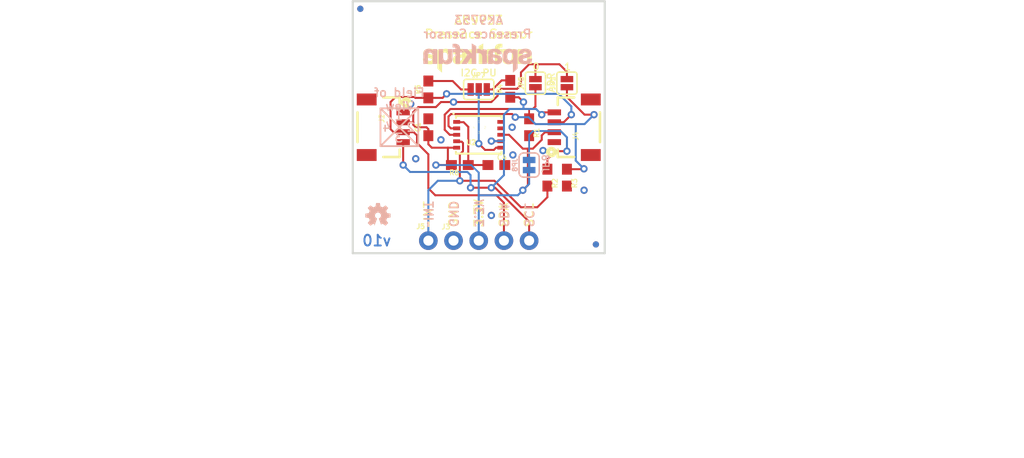
<source format=kicad_pcb>
(kicad_pcb (version 20211014) (generator pcbnew)
  (layers (0 "F.Cu" signal) (31 "B.Cu" signal) (34 "B.Paste" user) (35 "F.Paste" user) (36 "B.SilkS" user "B.Silkscreen") (37 "F.SilkS" user "F.Silkscreen") (38 "B.Mask" user) (39 "F.Mask" user) (44 "Edge.Cuts" user))
  (net 0 "")
  (net 1 "3.3V")
  (net 2 "GND")
  (net 3 "SCL")
  (net 4 "SDA")
  (net 5 "~{INT}")
  (net 6 "N$1")
  (net 7 "N$2")
  (net 8 "ADR0")
  (net 9 "ADR1")
  (net 10 "N$3")
  (net 11 "VDD")
  (footprint "boardEagle:MICRO-FIDUCIAL" (layer "F.Cu") (at 136.5631 93.0656)
    (fp_text reference "JP6" hide)
    (fp_text value "FIDUCIALUFIDUCIAL" hide)
    (pad "1" smd roundrect (at 0 0) (size 0.635 0.635) (layers "F.Cu" "F.Mask") (roundrect_rratio 0.5))
  )
  (footprint "boardEagle:SMT-JUMPER_3_2-NC_PASTE_SILK" (layer "F.Cu") (at 148.5011 101.1936)
    (fp_text reference "JP7" (at 0 -1.143) (layer "F.SilkS") (effects (font (size 0.48768 0.48768) (thickness 0.12192)) (justify bottom)))
    (fp_text value "")
    (pad "1" smd rect (at -0.8128 0) (size 0.635 1.27) (layers "F.Cu" "F.Mask") (net 6 "N$1"))
    (pad "2" smd rect (at 0 0) (size 0.635 1.27) (layers "F.Cu" "F.Mask") (net 1 "3.3V"))
    (pad "3" smd rect (at 0.8128 0) (size 0.635 1.27) (layers "F.Cu" "F.Mask") (net 7 "N$2"))
  )
  (footprint "boardEagle:0603" (layer "F.Cu") (at 146.5961 108.8136 180)
    (fp_text reference "R6" (at 0 -0.762) (layer "F.SilkS") (effects (font (size 0.512064 0.512064) (thickness 0.097536)) (justify right)))
    (fp_text value "330")
    (pad "1" smd rect (at -0.85 0 180) (size 1.1 1) (layers "F.Cu" "F.Paste" "F.Mask") (net 11 "VDD"))
    (pad "2" smd rect (at 0.85 0 180) (size 1.1 1) (layers "F.Cu" "F.Paste" "F.Mask") (net 1 "3.3V"))
  )
  (footprint "boardEagle:0603" (layer "F.Cu") (at 143.4211 101.1936 90)
    (fp_text reference "R5" (at 0 -0.762 90) (layer "F.SilkS") (effects (font (size 0.48768 0.48768) (thickness 0.12192)) (justify bottom)))
    (fp_text value "4.7k")
    (pad "1" smd rect (at -0.85 0 90) (size 1.1 1) (layers "F.Cu" "F.Paste" "F.Mask") (net 4 "SDA"))
    (pad "2" smd rect (at 0.85 0 90) (size 1.1 1) (layers "F.Cu" "F.Paste" "F.Mask") (net 6 "N$1"))
  )
  (footprint "boardEagle:STAND-OFF" (layer "F.Cu") (at 157.3911 96.1136)
    (fp_text reference "JP4" hide)
    (fp_text value "STAND-OFF" hide)
    (pad "" np_thru_hole circle (at 0 0) (size 3.302 3.302) (drill 3.302) (layers *.Cu *.Mask))
  )
  (footprint "boardEagle:0603" (layer "F.Cu") (at 153.5811 105.0036 -90)
    (fp_text reference "R1" (at 0 -0.762 90) (layer "F.SilkS") (effects (font (size 0.512064 0.512064) (thickness 0.097536)) (justify right)))
    (fp_text value "10k")
    (pad "1" smd rect (at -0.85 0 270) (size 1.1 1) (layers "F.Cu" "F.Paste" "F.Mask") (net 9 "ADR1"))
    (pad "2" smd rect (at 0.85 0 270) (size 1.1 1) (layers "F.Cu" "F.Paste" "F.Mask") (net 2 "GND"))
  )
  (footprint "boardEagle:1X04_1MM_RA" (layer "F.Cu") (at 156.1211 105.0036 90)
    (fp_text reference "J4" (at -1.397 2.159 90) (layer "F.SilkS") (effects (font (size 0.512064 0.512064) (thickness 0.097536)) (justify left)))
    (fp_text value "" hide)
    (pad "1" smd rect (at -1.5 0 90) (size 0.6 1.35) (layers "F.Cu" "F.Paste" "F.Mask") (net 2 "GND"))
    (pad "2" smd rect (at -0.5 0 90) (size 0.6 1.35) (layers "F.Cu" "F.Paste" "F.Mask") (net 1 "3.3V"))
    (pad "3" smd rect (at 0.5 0 90) (size 0.6 1.35) (layers "F.Cu" "F.Paste" "F.Mask") (net 4 "SDA"))
    (pad "4" smd rect (at 1.5 0 90) (size 0.6 1.35) (layers "F.Cu" "F.Paste" "F.Mask") (net 3 "SCL"))
    (pad "NC1" smd rect (at 2.8 3.675 90) (size 1.2 2) (layers "F.Cu" "F.Paste" "F.Mask"))
    (pad "NC2" smd rect (at -2.8 3.675 90) (size 1.2 2) (layers "F.Cu" "F.Paste" "F.Mask"))
  )
  (footprint "boardEagle:REVISION" (layer "F.Cu") (at 131.9911 138.0236)
    (fp_text reference "LOGO3" hide)
    (fp_text value "REVISION" hide)
  )
  (footprint "boardEagle:1X04_1MM_RA" (layer "F.Cu") (at 140.8811 105.0036 -90)
    (fp_text reference "J2" (at -1.397 2.159 90) (layer "F.SilkS") (effects (font (size 0.512064 0.512064) (thickness 0.097536)) (justify right)))
    (fp_text value "" hide)
    (pad "1" smd rect (at -1.5 0 270) (size 0.6 1.35) (layers "F.Cu" "F.Paste" "F.Mask") (net 2 "GND"))
    (pad "2" smd rect (at -0.5 0 270) (size 0.6 1.35) (layers "F.Cu" "F.Paste" "F.Mask") (net 1 "3.3V"))
    (pad "3" smd rect (at 0.5 0 270) (size 0.6 1.35) (layers "F.Cu" "F.Paste" "F.Mask") (net 4 "SDA"))
    (pad "4" smd rect (at 1.5 0 270) (size 0.6 1.35) (layers "F.Cu" "F.Paste" "F.Mask") (net 3 "SCL"))
    (pad "NC1" smd rect (at 2.8 3.675 270) (size 1.2 2) (layers "F.Cu" "F.Paste" "F.Mask"))
    (pad "NC2" smd rect (at -2.8 3.675 270) (size 1.2 2) (layers "F.Cu" "F.Paste" "F.Mask"))
  )
  (footprint "boardEagle:1X01_NO_SILK" (layer "F.Cu") (at 143.4211 116.4336)
    (fp_text reference "J5" (at -1.27 -1.143) (layer "F.SilkS") (effects (font (size 0.48768 0.48768) (thickness 0.12192)) (justify left bottom)))
    (fp_text value "")
    (pad "1" thru_hole circle (at 0 0 90) (size 1.8796 1.8796) (drill 1.016) (layers *.Cu *.Mask) (net 5 "~{INT}"))
  )
  (footprint "boardEagle:0603" (layer "F.Cu") (at 151.6761 101.1301 90)
    (fp_text reference "R4" (at 0 -0.762 90) (layer "F.SilkS") (effects (font (size 0.48768 0.48768) (thickness 0.12192)) (justify bottom)))
    (fp_text value "4.7k")
    (pad "1" smd rect (at -0.85 0 90) (size 1.1 1) (layers "F.Cu" "F.Paste" "F.Mask") (net 3 "SCL"))
    (pad "2" smd rect (at 0.85 0 90) (size 1.1 1) (layers "F.Cu" "F.Paste" "F.Mask") (net 7 "N$2"))
  )
  (footprint "boardEagle:0603" (layer "F.Cu") (at 143.4211 105.0036 90)
    (fp_text reference "C1" (at 0 -0.762 90) (layer "F.SilkS") (effects (font (size 0.48768 0.48768) (thickness 0.12192)) (justify bottom)))
    (fp_text value "1.0uF")
    (pad "1" smd rect (at -0.85 0 90) (size 1.1 1) (layers "F.Cu" "F.Paste" "F.Mask") (net 1 "3.3V"))
    (pad "2" smd rect (at 0.85 0 90) (size 1.1 1) (layers "F.Cu" "F.Paste" "F.Mask") (net 2 "GND"))
  )
  (footprint "boardEagle:0603" (layer "F.Cu") (at 157.3911 110.0836 -90)
    (fp_text reference "R3" (at 0 -0.762 90) (layer "F.SilkS") (effects (font (size 0.512064 0.512064) (thickness 0.097536)) (justify right)))
    (fp_text value "10k")
    (pad "1" smd rect (at -0.85 0 270) (size 1.1 1) (layers "F.Cu" "F.Paste" "F.Mask") (net 8 "ADR0"))
    (pad "2" smd rect (at 0.85 0 270) (size 1.1 1) (layers "F.Cu" "F.Paste" "F.Mask") (net 2 "GND"))
  )
  (footprint "boardEagle:SMT-JUMPER_2_NO_SILK" (layer "F.Cu") (at 154.2161 100.5586 90)
    (fp_text reference "JP5" (at 0 -1.143 90) (layer "F.SilkS") (effects (font (size 0.48768 0.48768) (thickness 0.12192)) (justify bottom)))
    (fp_text value "")
    (pad "1" smd rect (at -0.4064 0 90) (size 0.635 1.27) (layers "F.Cu" "F.Mask") (net 9 "ADR1"))
    (pad "2" smd rect (at 0.4064 0 90) (size 0.635 1.27) (layers "F.Cu" "F.Mask") (net 1 "3.3V"))
  )
  (footprint "boardEagle:1X04_NO_SILK" (layer "F.Cu") (at 145.9611 116.4336)
    (fp_text reference "J3" (at -1.27 -1.397) (layer "F.SilkS") (effects (font (size 0.512064 0.512064) (thickness 0.097536)) (justify left)))
    (fp_text value "PTH" hide)
    (pad "1" thru_hole circle (at 0 0 90) (size 1.8796 1.8796) (drill 1.016) (layers *.Cu *.Mask) (net 2 "GND"))
    (pad "2" thru_hole circle (at 2.54 0 90) (size 1.8796 1.8796) (drill 1.016) (layers *.Cu *.Mask) (net 1 "3.3V"))
    (pad "3" thru_hole circle (at 5.08 0 90) (size 1.8796 1.8796) (drill 1.016) (layers *.Cu *.Mask) (net 4 "SDA"))
    (pad "4" thru_hole circle (at 7.62 0 90) (size 1.8796 1.8796) (drill 1.016) (layers *.Cu *.Mask) (net 3 "SCL"))
  )
  (footprint "boardEagle:SMT-JUMPER_2_NO_SILK" (layer "F.Cu") (at 157.3911 100.5586 90)
    (fp_text reference "JP1" (at 0 -1.143 90) (layer "F.SilkS") (effects (font (size 0.48768 0.48768) (thickness 0.12192)) (justify bottom)))
    (fp_text value "")
    (pad "1" smd rect (at -0.4064 0 90) (size 0.635 1.27) (layers "F.Cu" "F.Mask") (net 8 "ADR0"))
    (pad "2" smd rect (at 0.4064 0 90) (size 0.635 1.27) (layers "F.Cu" "F.Mask") (net 1 "3.3V"))
  )
  (footprint "boardEagle:0603" (layer "F.Cu") (at 155.4226 110.0836 -90)
    (fp_text reference "R2" (at 0 -0.762 90) (layer "F.SilkS") (effects (font (size 0.512064 0.512064) (thickness 0.097536)) (justify right)))
    (fp_text value "10k")
    (pad "1" smd rect (at -0.85 0 270) (size 1.1 1) (layers "F.Cu" "F.Paste" "F.Mask") (net 10 "N$3"))
    (pad "2" smd rect (at 0.85 0 270) (size 1.1 1) (layers "F.Cu" "F.Paste" "F.Mask") (net 5 "~{INT}"))
  )
  (footprint "boardEagle:CREATIVE_COMMONS" (layer "F.Cu") (at 120.5611 135.4836)
    (fp_text reference "FRAME1" hide)
    (fp_text value "FRAME-LETTER" hide)
  )
  (footprint "boardEagle:SON10" (layer "F.Cu") (at 148.5011 105.7656)
    (fp_text reference "U2" (at -1.3335 1.06045) (layer "F.SilkS") (effects (font (size 0.48768 0.48768) (thickness 0.12192)) (justify left bottom)))
    (fp_text value "AK9753")
    (fp_text user "3" (at -0.1 -0.1) (layer "F.SilkS") (effects (font (size 0.23368 0.23368) (thickness 0.02032)) (justify left bottom)))
    (fp_text user "1" (at -0.1 -1.2) (layer "F.SilkS") (effects (font (size 0.23368 0.23368) (thickness 0.02032)) (justify left bottom)))
    (fp_text user "2" (at 0.5065 -0.6) (layer "F.SilkS") (effects (font (size 0.23368 0.23368) (thickness 0.02032)) (justify left bottom)))
    (fp_text user "4" (at -0.6303 -0.6) (layer "F.SilkS") (effects (font (size 0.23368 0.23368) (thickness 0.02032)) (justify left bottom)))
    (pad "1" smd rect (at 2.225 -1.3) (size 0.7 0.38) (layers "F.Cu" "F.Paste" "F.Mask") (net 2 "GND"))
    (pad "2" smd rect (at 2.225 -0.65) (size 0.7 0.38) (layers "F.Cu" "F.Paste" "F.Mask") (net 2 "GND"))
    (pad "3" smd rect (at 2.225 0) (size 0.7 0.38) (layers "F.Cu" "F.Paste" "F.Mask") (net 1 "3.3V"))
    (pad "4" smd rect (at 2.225 0.65) (size 0.7 0.38) (layers "F.Cu" "F.Paste" "F.Mask") (net 3 "SCL"))
    (pad "5" smd rect (at 2.225 1.3) (size 0.7 0.38) (layers "F.Cu" "F.Paste" "F.Mask") (net 4 "SDA"))
    (pad "6" smd rect (at -2.225 1.3) (size 0.7 0.38) (layers "F.Cu" "F.Paste" "F.Mask") (net 1 "3.3V"))
    (pad "7" smd rect (at -2.225 0.65) (size 0.7 0.38) (layers "F.Cu" "F.Paste" "F.Mask") (net 5 "~{INT}"))
    (pad "8" smd rect (at -2.225 0) (size 0.7 0.38) (layers "F.Cu" "F.Paste" "F.Mask") (net 9 "ADR1"))
    (pad "9" smd rect (at -2.225 -0.65) (size 0.7 0.38) (layers "F.Cu" "F.Paste" "F.Mask") (net 8 "ADR0"))
    (pad "10" smd rect (at -2.225 -1.3) (size 0.7 0.38) (layers "F.Cu" "F.Paste" "F.Mask") (net 11 "VDD"))
  )
  (footprint "boardEagle:MICRO-FIDUCIAL" (layer "F.Cu") (at 160.3121 116.8146)
    (fp_text reference "JP2" hide)
    (fp_text value "FIDUCIALUFIDUCIAL" hide)
    (pad "1" smd roundrect (at 0 0) (size 0.635 0.635) (layers "F.Cu" "F.Mask") (roundrect_rratio 0.5))
  )
  (footprint "boardEagle:STAND-OFF" (layer "F.Cu") (at 139.6111 96.1136)
    (fp_text reference "JP3" hide)
    (fp_text value "STAND-OFF" hide)
    (pad "" np_thru_hole circle (at 0 0) (size 3.302 3.302) (drill 3.302) (layers *.Cu *.Mask))
  )
  (footprint "boardEagle:0603" (layer "F.Cu") (at 150.2791 108.8136)
    (fp_text reference "C4" (at 0 -0.762) (layer "F.SilkS") (effects (font (size 0.512064 0.512064) (thickness 0.097536)) (justify left)))
    (fp_text value "1.0uF")
    (pad "1" smd rect (at -0.85 0) (size 1.1 1) (layers "F.Cu" "F.Paste" "F.Mask") (net 11 "VDD"))
    (pad "2" smd rect (at 0.85 0) (size 1.1 1) (layers "F.Cu" "F.Paste" "F.Mask") (net 2 "GND"))
  )
  (footprint "boardEagle:SFE_LOGO_NAME_.1" (layer "F.Cu") (at 142.4051 99.9236)
    (fp_text reference "LOGO2" hide)
    (fp_text value "SFE_LOGO_NAME.1_INCH" hide)
  )
  (footprint "boardEagle:MICRO-FIDUCIAL" (layer "B.Cu") (at 136.5631 93.0656 180)
    (fp_text reference "JP9" hide)
    (fp_text value "FIDUCIALUFIDUCIAL" hide)
    (pad "1" smd roundrect (at 0 0 180) (size 0.635 0.635) (layers "B.Cu" "B.Mask") (roundrect_rratio 0.5))
  )
  (footprint "boardEagle:SMT-JUMPER_2_NC_TRACE_SILK" (layer "B.Cu") (at 153.5811 108.8136 -90)
    (fp_text reference "JP8" (at 0 1.143 90) (layer "B.SilkS") (effects (font (size 0.48768 0.48768) (thickness 0.12192)) (justify bottom mirror)))
    (fp_text value "")
    (fp_line (start -0.508 0) (end 0.508 0) (layer "B.Cu") (width 0.254))
    (pad "1" smd rect (at -0.508 0 270) (size 0.635 1.27) (layers "B.Cu" "B.Mask") (net 10 "N$3"))
    (pad "2" smd rect (at 0.508 0 270) (size 0.635 1.27) (layers "B.Cu" "B.Mask") (net 1 "3.3V"))
  )
  (footprint "boardEagle:MICRO-FIDUCIAL" (layer "B.Cu") (at 160.3121 116.8146 180)
    (fp_text reference "JP10" hide)
    (fp_text value "FIDUCIALUFIDUCIAL" hide)
    (pad "1" smd roundrect (at 0 0 180) (size 0.635 0.635) (layers "B.Cu" "B.Mask") (roundrect_rratio 0.5))
  )
  (footprint "boardEagle:OSHW-LOGO-MINI" (layer "B.Cu") (at 138.3411 113.8936 180)
    (fp_text reference "LOGO1" hide)
    (fp_text value "OSHW-LOGOMINI" hide)
  )
  (footprint "boardEagle:SFE_LOGO_NAME_.1" (layer "B.Cu") (at 154.3431 99.9236 180)
    (fp_text reference "U$2" hide)
    (fp_text value "" hide)
  )
  (gr_line (start 138.5951 106.9086) (end 142.4051 106.9086) (layer "B.SilkS") (width 0.1778))
  (gr_line (start 142.4051 103.0986) (end 138.5951 103.0986) (layer "B.SilkS") (width 0.1778))
  (gr_line (start 138.5951 106.9086) (end 138.5951 103.0986) (layer "B.SilkS") (width 0.1778))
  (gr_line (start 142.4051 106.9086) (end 142.4051 103.0986) (layer "B.SilkS") (width 0.1778))
  (gr_line (start 142.4051 103.0986) (end 138.5951 106.9086) (layer "B.SilkS") (width 0.1778))
  (gr_line (start 138.5951 103.0986) (end 142.4051 106.9086) (layer "B.SilkS") (width 0.1778))
  (gr_line (start 135.8011 92.3036) (end 161.2011 92.3036) (layer "Edge.Cuts") (width 0.2032))
  (gr_line (start 135.8011 117.7036) (end 135.8011 92.3036) (layer "Edge.Cuts") (width 0.2032))
  (gr_line (start 161.2011 92.3036) (end 161.2011 117.7036) (layer "Edge.Cuts") (width 0.2032))
  (gr_line (start 161.2011 117.7036) (end 135.8011 117.7036) (layer "Edge.Cuts") (width 0.2032))
  (gr_text "v10" (at 138.2141 116.4336) (layer "B.Cu") (effects (font (size 1.0795 1.0795) (thickness 0.1905)) (justify mirror)))
  (gr_text "SDA" (at 151.0411 115.1636 -90) (layer "B.SilkS") (effects (font (size 0.8636 0.8636) (thickness 0.1524)) (justify left mirror)))
  (gr_text "Presence Sensor" (at 148.3741 95.6056) (layer "B.SilkS") (effects (font (size 0.8636 0.8636) (thickness 0.1524)) (justify mirror)))
  (gr_text "JP8" (at 155.6131 107.6706 -90) (layer "B.SilkS") (effects (font (size 0.69088 0.69088) (thickness 0.12192)) (justify right top mirror)))
  (gr_text "2" (at 141.6431 105.0036) (layer "B.SilkS") (effects (font (size 0.8636 0.8636) (thickness 0.1524)) (justify mirror)))
  (gr_text "AK9753" (at 148.5011 94.2086) (layer "B.SilkS") (effects (font (size 0.8636 0.8636) (thickness 0.1524)) (justify mirror)))
  (gr_text "SCL" (at 153.5811 115.1636 -90) (layer "B.SilkS") (effects (font (size 0.8636 0.8636) (thickness 0.1524)) (justify left mirror)))
  (gr_text "GND" (at 145.9611 115.1636 -90) (layer "B.SilkS") (effects (font (size 0.8636 0.8636) (thickness 0.1524)) (justify left mirror)))
  (gr_text "~INT" (at 143.4211 115.1636 -90) (layer "B.SilkS") (effects (font (size 0.8636 0.8636) (thickness 0.1524)) (justify left mirror)))
  (gr_text "Field of\nView\n" (at 140.5001 102.2096) (layer "B.SilkS") (effects (font (size 0.8636 0.8636) (thickness 0.1524)) (justify mirror)))
  (gr_text "3" (at 140.4366 106.0831) (layer "B.SilkS") (effects (font (size 0.8636 0.8636) (thickness 0.1524)) (justify mirror)))
  (gr_text "3.3V" (at 148.5011 115.1636 -90) (layer "B.SilkS") (effects (font (size 0.8636 0.8636) (thickness 0.1524)) (justify left mirror)))
  (gr_text "4" (at 139.2301 105.0036) (layer "B.SilkS") (effects (font (size 0.8636 0.8636) (thickness 0.1524)) (justify mirror)))
  (gr_text "1" (at 140.4366 103.8606) (layer "B.SilkS") (effects (font (size 0.8636 0.8636) (thickness 0.1524)) (justify mirror)))
  (gr_text "1" (at 157.4546 98.9076) (layer "F.SilkS") (effects (font (size 0.69088 0.69088) (thickness 0.12192))))
  (gr_text "Presence Sensor" (at 148.5011 95.6056) (layer "F.SilkS") (effects (font (size 0.8636 0.8636) (thickness 0.1524))))
  (gr_text "SDA" (at 151.0411 115.1636 90) (layer "F.SilkS") (effects (font (size 0.8636 0.8636) (thickness 0.1524)) (justify left)))
  (gr_text "AK9753" (at 148.5011 94.2086) (layer "F.SilkS") (effects (font (size 0.8636 0.8636) (thickness 0.1524))))
  (gr_text "0" (at 154.2796 98.9076) (layer "F.SilkS") (effects (font (size 0.69088 0.69088) (thickness 0.12192))))
  (gr_text "GND" (at 145.9611 115.1636 90) (layer "F.SilkS") (effects (font (size 0.8636 0.8636) (thickness 0.1524)) (justify left)))
  (gr_text "ADR" (at 155.8036 100.4951 90) (layer "F.SilkS") (effects (font (size 0.69088 0.69088) (thickness 0.12192))))
  (gr_text "I2C PU" (at 146.5961 99.9236) (layer "F.SilkS") (effects (font (size 0.69088 0.69088) (thickness 0.12192)) (justify left bottom)))
  (gr_text "~INT" (at 143.4211 115.1636 90) (layer "F.SilkS") (effects (font (size 0.8636 0.8636) (thickness 0.1524)) (justify left)))
  (gr_text "3.3V" (at 148.5011 115.1636 90) (layer "F.SilkS") (effects (font (size 0.8636 0.8636) (thickness 0.1524)) (justify left)))
  (gr_text "SCL" (at 153.5811 115.1636 90) (layer "F.SilkS") (effects (font (size 0.8636 0.8636) (thickness 0.1524)) (justify left)))
  (segment (start 145.3896 107.0656) (end 143.7686 107.0656) (width 0.2032) (layer "F.Cu") (net 1))
  (segment (start 155.1686 105.5116) (end 156.1131 105.5116) (width 0.2032) (layer "F.Cu") (net 1))
  (segment (start 154.8511 105.8291) (end 155.1686 105.5116) (width 0.2032) (layer "F.Cu") (net 1))
  (segment (start 152.3746 101.1301) (end 152.7556 100.7491) (width 0.2032) (layer "F.Cu") (net 1))
  (segment (start 143.4211 106.7181) (end 143.7686 107.0656) (width 0.2032) (layer "F.Cu") (net 1))
  (segment (start 144.6911 102.4636) (end 145.9611 102.4636) (width 0.2032) (layer "F.Cu") (net 1))
  (segment (start 154.2161 100.1522) (end 154.2161 98.6536) (width 0.2032) (layer "F.Cu") (net 1))
  (segment (start 141.8971 103.4796) (end 142.4051 102.9716) (width 0.2032) (layer "F.Cu") (net 1))
  (segment (start 153.9621 107.1626) (end 154.8511 106.2736) (width 0.2032) (layer "F.Cu") (net 1))
  (segment (start 141.8971 104.4956) (end 141.8891 104.5036) (width 0.2032) (layer "F.Cu") (net 1))
  (segment (start 143.4211 105.8536) (end 143.4211 106.7181) (width 0.2032) (layer "F.Cu") (net 1))
  (segment (start 149.7711 102.4636) (end 150.4061 101.8286) (width 0.2032) (layer "F.Cu") (net 1))
  (segment (start 145.9611 102.4636) (end 148.5011 102.4636) (width 0.2032) (layer "F.Cu") (net 1))
  (segment (start 151.5491 105.7656) (end 152.9461 107.1626) (width 0.2032) (layer "F.Cu") (net 1))
  (segment (start 156.1131 105.5116) (end 156.1211 105.5036) (width 0.2032) (layer "F.Cu") (net 1))
  (segment (start 157.3911 99.4156) (end 157.3911 100.1522) (width 0.2032) (layer "F.Cu") (net 1))
  (segment (start 154.8511 106.2736) (end 154.8511 105.8291) (width 0.2032) (layer "F.Cu") (net 1))
  (segment (start 143.2306 105.0036) (end 142.1511 105.0036) (width 0.2032) (layer "F.Cu") (net 1))
  (segment (start 150.4061 101.5111) (end 150.7871 101.1301) (width 0.2032) (layer "F.Cu") (net 1))
  (segment (start 154.2161 98.6536) (end 156.6291 98.6536) (width 0.2032) (layer "F.Cu") (net 1))
  (segment (start 156.6291 98.6536) (end 157.3911 99.4156) (width 0.2032) (layer "F.Cu") (net 1))
  (segment (start 146.2761 107.0656) (end 145.3896 107.0656) (width 0.2032) (layer "F.Cu") (net 1))
  (segment (start 150.4061 101.8286) (end 150.4061 101.5111) (width 0.2032) (layer "F.Cu") (net 1))
  (segment (start 150.7261 105.7656) (end 151.5491 105.7656) (width 0.2032) (layer "F.Cu") (net 1))
  (segment (start 153.4541 107.1626) (end 153.4541 110.8456) (width 0.2032) (layer "F.Cu") (net 1))
  (segment (start 148.5011 102.4636) (end 148.5011 101.1936) (width 0.1778) (layer "F.Cu") (net 1))
  (segment (start 144.1831 102.9716) (end 144.6911 102.4636) (width 0.2032) (layer "F.Cu") (net 1))
  (segment (start 145.3896 108.8136) (end 145.7461 108.8136) (width 0.1778) (layer "F.Cu") (net 1))
  (segment (start 143.4211 105.1941) (end 143.2306 105.0036) (width 0.2032) (layer "F.Cu") (net 1))
  (segment (start 141.8971 104.7496) (end 141.8971 104.4956) (width 0.2032) (layer "F.Cu") (net 1))
  (segment (start 141.8971 104.4956) (end 141.8971 103.4796) (width 0.2032) (layer "F.Cu") (net 1))
  (segment (start 152.7556 99.4791) (end 153.5811 98.6536) (width 0.2032) (layer "F.Cu") (net 1))
  (segment (start 142.4051 102.9716) (end 144.1831 102.9716) (width 0.2032) (layer "F.Cu") (net 1))
  (segment (start 152.7556 100.7491) (end 152.7556 99.4791) (width 0.2032) (layer "F.Cu") (net 1))
  (segment (start 148.5011 102.4636) (end 149.7711 102.4636) (width 0.2032) (layer "F.Cu") (net 1))
  (segment (start 142.1511 105.0036) (end 141.8971 104.7496) (width 0.2032) (layer "F.Cu") (net 1))
  (segment (start 145.3896 107.0656) (end 145.3896 108.8136) (width 0.2032) (layer "F.Cu") (net 1))
  (segment (start 141.8891 104.5036) (end 140.8811 104.5036) (width 0.2032) (layer "F.Cu") (net 1))
  (segment (start 143.4211 105.8536) (end 143.4211 105.1941) (width 0.2032) (layer "F.Cu") (net 1))
  (segment (start 153.5811 98.6536) (end 154.2161 98.6536) (width 0.2032) (layer "F.Cu") (net 1))
  (segment (start 150.7871 101.1301) (end 152.3746 101.1301) (width 0.2032) (layer "F.Cu") (net 1))
  (segment (start 144.1831 108.8136) (end 145.7461 108.8136) (width 0.2032) (layer "F.Cu") (net 1))
  (segment (start 153.4541 110.8456) (end 152.9461 111.3536) (width 0.2032) (layer "F.Cu") (net 1))
  (segment (start 153.4541 107.1626) (end 153.9621 107.1626) (width 0.2032) (layer "F.Cu") (net 1))
  (segment (start 152.9461 107.1626) (end 153.4541 107.1626) (width 0.2032) (layer "F.Cu") (net 1))
  (segment (start 145.7461 108.8136) (end 145.3896 108.4571) (width 0.1778) (layer "F.Cu") (net 1))
  (via (at 144.1831 108.8136) (size 0.7366) (drill 0.381) (layers "F.Cu" "B.Cu") (net 1))
  (via (at 152.9461 111.3536) (size 0.7366) (drill 0.381) (layers "F.Cu" "B.Cu") (net 1))
  (via (at 145.9611 102.4636) (size 0.7366) (drill 0.381) (layers "F.Cu" "B.Cu") (net 1))
  (segment (start 152.4381 111.8616) (end 152.9461 111.3536) (width 0.2032) (layer "B.Cu") (net 1))
  (segment (start 144.1831 108.8136) (end 147.7391 108.8136) (width 0.1778) (layer "B.Cu") (net 1))
  (segment (start 148.5011 111.8616) (end 152.4381 111.8616) (width 0.2032) (layer "B.Cu") (net 1))
  (segment (start 148.5011 116.4336) (end 148.5011 111.8616) (width 0.2032) (layer "B.Cu") (net 1))
  (segment (start 147.7391 108.8136) (end 148.5011 109.5756) (width 0.1778) (layer "B.Cu") (net 1))
  (segment (start 153.5811 110.7186) (end 153.5811 109.3216) (width 0.2032) (layer "B.Cu") (net 1))
  (segment (start 152.9461 111.3536) (end 153.5811 110.7186) (width 0.2032) (layer "B.Cu") (net 1))
  (segment (start 148.5011 111.8616) (end 148.5011 109.5756) (width 0.2032) (layer "B.Cu") (net 1))
  (via (at 159.1183 111.3536) (size 0.7366) (drill 0.381) (layers "F.Cu" "B.Cu") (net 2))
  (via (at 141.6431 102.6541) (size 0.7366) (drill 0.381) (layers "F.Cu" "B.Cu") (net 2))
  (via (at 142.1511 108.1786) (size 0.7366) (drill 0.381) (layers "F.Cu" "B.Cu") (net 2))
  (via (at 151.8666 105.0036) (size 0.7366) (drill 0.381) (layers "F.Cu" "B.Cu") (net 2))
  (via (at 154.9781 107.3531) (size 0.7366) (drill 0.381) (layers "F.Cu" "B.Cu") (net 2))
  (via (at 144.6911 106.2736) (size 0.7366) (drill 0.381) (layers "F.Cu" "B.Cu") (net 2))
  (via (at 149.7711 113.8936) (size 0.7366) (drill 0.381) (layers "F.Cu" "B.Cu") (net 2))
  (via (at 151.9428 107.7976) (size 0.7366) (drill 0.381) (layers "F.Cu" "B.Cu") (net 2))
  (segment (start 155.0811 103.5036) (end 156.1211 103.5036) (width 0.2032) (layer "F.Cu") (net 3))
  (segment (start 154.8511 103.7336) (end 155.0811 103.5036) (width 0.2032) (layer "F.Cu") (net 3))
  (segment (start 150.7261 106.4156) (end 149.7861 106.4156) (width 0.2032) (layer "F.Cu") (net 3))
  (segment (start 152.5261 101.9801) (end 151.6761 101.9801) (width 0.2032) (layer "F.Cu") (net 3))
  (segment (start 140.8811 106.5036) (end 140.8811 108.8136) (width 0.2032) (layer "F.Cu") (net 3))
  (segment (start 149.7711 111.0996) (end 150.1521 111.0996) (width 0.2032) (layer "F.Cu") (net 3))
  (segment (start 149.7861 106.4156) (end 149.7711 106.4006) (width 0.1778) (layer "F.Cu") (net 3))
  (segment (start 149.7711 111.0996) (end 147.6756 111.0996) (width 0.2032) (layer "F.Cu") (net 3))
  (segment (start 150.1521 111.0996) (end 153.5811 114.5286) (width 0.2032) (layer "F.Cu") (net 3))
  (segment (start 153.0096 102.4636) (end 152.5261 101.9801) (width 0.2032) (layer "F.Cu") (net 3))
  (segment (start 153.5811 114.5286) (end 153.5811 116.4336) (width 0.2032) (layer "F.Cu") (net 3))
  (via (at 149.7711 111.0996) (size 0.7366) (drill 0.381) (layers "F.Cu" "B.Cu") (net 3))
  (via (at 153.0096 102.4636) (size 0.7366) (drill 0.381) (layers "F.Cu" "B.Cu") (net 3))
  (via (at 149.7711 106.4006) (size 0.7366) (drill 0.381) (layers "F.Cu" "B.Cu") (net 3))
  (via (at 140.8811 108.8136) (size 0.7366) (drill 0.381) (layers "F.Cu" "B.Cu") (net 3))
  (via (at 147.6756 111.0996) (size 0.7366) (drill 0.381) (layers "F.Cu" "B.Cu") (net 3))
  (via (at 154.8511 103.7336) (size 0.7366) (drill 0.381) (layers "F.Cu" "B.Cu") (net 3))
  (segment (start 152.9461 103.1621) (end 153.0096 103.0986) (width 0.2032) (layer "B.Cu") (net 3))
  (segment (start 151.0411 103.7336) (end 151.6126 103.1621) (width 0.2032) (layer "B.Cu") (net 3))
  (segment (start 151.0411 106.3371) (end 151.0411 103.7336) (width 0.2032) (layer "B.Cu") (net 3))
  (segment (start 151.0411 109.4486) (end 151.0411 106.3371) (width 0.1778) (layer "B.Cu") (net 3))
  (segment (start 147.6756 109.8296) (end 147.3581 109.5121) (width 0.2032) (layer "B.Cu") (net 3))
  (segment (start 152.9461 103.1621) (end 154.2796 103.1621) (width 0.2032) (layer "B.Cu") (net 3))
  (segment (start 149.7711 111.0996) (end 151.0411 109.8296) (width 0.2032) (layer "B.Cu") (net 3))
  (segment (start 147.6756 111.0996) (end 147.6756 109.8296) (width 0.2032) (layer "B.Cu") (net 3))
  (segment (start 147.3581 109.5121) (end 141.5796 109.5121) (width 0.2032) (layer "B.Cu") (net 3))
  (segment (start 140.8811 108.8136) (end 141.5796 109.5121) (width 0.2032) (layer "B.Cu") (net 3))
  (segment (start 149.7711 106.4006) (end 150.9776 106.4006) (width 0.2032) (layer "B.Cu") (net 3))
  (segment (start 151.6126 103.1621) (end 152.9461 103.1621) (width 0.2032) (layer "B.Cu") (net 3))
  (segment (start 150.9776 106.4006) (end 151.0411 106.3371) (width 0.1778) (layer "B.Cu") (net 3))
  (segment (start 153.0096 103.0986) (end 153.0096 102.4636) (width 0.2032) (layer "B.Cu") (net 3))
  (segment (start 154.2796 103.1621) (end 154.8511 103.7336) (width 0.2032) (layer "B.Cu") (net 3))
  (segment (start 151.0411 109.8296) (end 151.0411 109.4486) (width 0.2032) (layer "B.Cu") (net 3))
  (segment (start 150.2791 111.8616) (end 151.0411 112.6236) (width 0.2032) (layer "F.Cu") (net 4))
  (segment (start 144.8571 102.0436) (end 143.4211 102.0436) (width 0.2032) (layer "F.Cu") (net 4))
  (segment (start 139.9286 105.5116) (end 140.8731 105.5116) (width 0.2032) (layer "F.Cu") (net 4))
  (segment (start 141.9526 105.5036) (end 142.2781 105.8291) (width 0.2032) (layer "F.Cu") (net 4))
  (segment (start 150.7261 107.0656) (end 150.2491 107.0656) (width 0.2032) (layer "F.Cu") (net 4))
  (segment (start 142.1121 102.0436) (end 142.0241 101.9556) (width 0.2032) (layer "F.Cu") (net 4))
  (segment (start 139.6111 102.4636) (end 139.6111 105.1941) (width 0.2032) (layer "F.Cu") (net 4))
  (segment (start 139.6111 105.1941) (end 139.9286 105.5116) (width 0.2032) (layer "F.Cu") (net 4))
  (segment (start 157.0656 104.5036) (end 157.8356 103.7336) (width 0.2032) (layer "F.Cu") (net 4))
  (segment (start 140.1191 101.9556) (end 139.6111 102.4636) (width 0.2032) (layer "F.Cu") (net 4))
  (segment (start 140.8731 105.5116) (end 140.8811 105.5036) (width 0.2032) (layer "F.Cu") (net 4))
  (segment (start 140.8811 105.5036) (end 141.9526 105.5036) (width 0.2032) (layer "F.Cu") (net 4))
  (segment (start 142.0241 101.9556) (end 140.1191 101.9556) (width 0.2032) (layer "F.Cu") (net 4))
  (segment (start 151.0411 112.6236) (end 151.0411 116.4336) (width 0.2032) (layer "F.Cu") (net 4))
  (segment (start 142.2781 105.8291) (end 142.2781 106.5911) (width 0.2032) (layer "F.Cu") (net 4))
  (segment (start 142.2781 106.5911) (end 143.4211 107.7341) (width 0.2032) (layer "F.Cu") (net 4))
  (segment (start 149.1361 107.2896) (end 148.5011 106.6546) (width 0.2032) (layer "F.Cu") (net 4))
  (segment (start 145.2626 101.6381) (end 144.8571 102.0436) (width 0.2032) (layer "F.Cu") (net 4))
  (segment (start 150.0251 107.2896) (end 149.1361 107.2896) (width 0.2032) (layer "F.Cu") (net 4))
  (segment (start 143.4211 111.1631) (end 144.1196 111.8616) (width 0.2032) (layer "F.Cu") (net 4))
  (segment (start 143.4211 102.0436) (end 142.1121 102.0436) (width 0.2032) (layer "F.Cu") (net 4))
  (segment (start 143.4211 107.7341) (end 143.4211 111.1631) (width 0.2032) (layer "F.Cu") (net 4))
  (segment (start 150.2491 107.0656) (end 150.0251 107.2896) (width 0.2032) (layer "F.Cu") (net 4))
  (segment (start 156.1211 104.5036) (end 157.0656 104.5036) (width 0.2032) (layer "F.Cu") (net 4))
  (segment (start 144.1196 111.8616) (end 150.2791 111.8616) (width 0.2032) (layer "F.Cu") (net 4))
  (via (at 148.5011 106.6546) (size 0.7366) (drill 0.381) (layers "F.Cu" "B.Cu") (net 4))
  (via (at 157.8356 103.7336) (size 0.7366) (drill 0.381) (layers "F.Cu" "B.Cu") (net 4))
  (via (at 145.2626 101.6381) (size 0.7366) (drill 0.381) (layers "F.Cu" "B.Cu") (net 4))
  (segment (start 157.8356 102.9081) (end 156.5656 101.6381) (width 0.2032) (layer "B.Cu") (net 4))
  (segment (start 148.5011 106.6546) (end 148.5011 101.6381) (width 0.2032) (layer "B.Cu") (net 4))
  (segment (start 148.5011 101.6381) (end 156.5656 101.6381) (width 0.2032) (layer "B.Cu") (net 4))
  (segment (start 148.5011 101.6381) (end 145.2626 101.6381) (width 0.2032) (layer "B.Cu") (net 4))
  (segment (start 157.8356 103.7336) (end 157.8356 102.9081) (width 0.2032) (layer "B.Cu") (net 4))
  (segment (start 146.5961 107.7341) (end 146.9136 107.4166) (width 0.2032) (layer "F.Cu") (net 5))
  (segment (start 155.4226 112.0521) (end 155.4226 110.9336) (width 0.2032) (layer "F.Cu") (net 5))
  (segment (start 154.4066 113.0681) (end 155.4226 112.0521) (width 0.2032) (layer "F.Cu") (net 5))
  (segment (start 152.7556 113.0681) (end 150.0886 110.4011) (width 0.2032) (layer "F.Cu") (net 5))
  (segment (start 146.5961 110.4011) (end 146.5961 107.7341) (width 0.2032) (layer "F.Cu") (net 5))
  (segment (start 146.9136 106.5911) (end 146.7866 106.4641) (width 0.2032) (layer "F.Cu") (net 5))
  (segment (start 146.3246 106.4641) (end 146.2761 106.4156) (width 0.1778) (layer "F.Cu") (net 5))
  (segment (start 146.5961 110.4011) (end 150.0886 110.4011) (width 0.2032) (layer "F.Cu") (net 5))
  (segment (start 152.7556 113.0681) (end 154.4066 113.0681) (width 0.2032) (layer "F.Cu") (net 5))
  (segment (start 146.9136 107.4166) (end 146.9136 106.5911) (width 0.2032) (layer "F.Cu") (net 5))
  (segment (start 146.7866 106.4641) (end 146.3246 106.4641) (width 0.2032) (layer "F.Cu") (net 5))
  (via (at 146.5961 110.4011) (size 0.7366) (drill 0.381) (layers "F.Cu" "B.Cu") (net 5))
  (segment (start 144.3736 110.4011) (end 146.5961 110.4011) (width 0.2032) (layer "B.Cu") (net 5))
  (segment (start 143.4211 111.3536) (end 143.4211 116.4336) (width 0.2032) (layer "B.Cu") (net 5))
  (segment (start 143.4211 111.3536) (end 144.3736 110.4011) (width 0.2032) (layer "B.Cu") (net 5))
  (segment (start 146.7231 101.1936) (end 145.8731 100.3436) (width 0.2032) (layer "F.Cu") (net 6))
  (segment (start 143.4211 100.3436) (end 145.8731 100.3436) (width 0.2032) (layer "F.Cu") (net 6))
  (segment (start 147.6883 101.1936) (end 146.7231 101.1936) (width 0.2032) (layer "F.Cu") (net 6))
  (segment (start 149.8981 101.1936) (end 150.8116 100.2801) (width 0.2032) (layer "F.Cu") (net 7))
  (segment (start 150.8116 100.2801) (end 151.6761 100.2801) (width 0.2032) (layer "F.Cu") (net 7))
  (segment (start 149.3139 101.1936) (end 149.8981 101.1936) (width 0.2032) (layer "F.Cu") (net 7))
  (segment (start 151.4856 103.6701) (end 151.8666 103.6701) (width 0.2032) (layer "F.Cu") (net 8))
  (segment (start 145.7071 103.6701) (end 151.4856 103.6701) (width 0.2032) (layer "F.Cu") (net 8))
  (segment (start 159.1691 103.7336) (end 160.1216 103.7336) (width 0.2032) (layer "F.Cu") (net 8))
  (segment (start 159.1056 109.1946) (end 159.0666 109.2336) (width 0.2032) (layer "F.Cu") (net 8))
  (segment (start 145.4531 103.9241) (end 145.7071 103.6701) (width 0.2032) (layer "F.Cu") (net 8))
  (segment (start 145.6921 105.1156) (end 145.4531 104.8766) (width 0.2032) (layer "F.Cu") (net 8))
  (segment (start 151.8666 103.6701) (end 152.1841 103.9876) (width 0.2032) (layer "F.Cu") (net 8))
  (segment (start 157.3911 101.9556) (end 159.1691 103.7336) (width 0.2032) (layer "F.Cu") (net 8))
  (segment (start 157.3911 100.965) (end 157.3911 101.9556) (width 0.2032) (layer "F.Cu") (net 8))
  (segment (start 159.0666 109.2336) (end 157.3911 109.2336) (width 0.2032) (layer "F.Cu") (net 8))
  (segment (start 146.2761 105.1156) (end 145.6921 105.1156) (width 0.2032) (layer "F.Cu") (net 8))
  (segment (start 145.4531 104.8766) (end 145.4531 103.9241) (width 0.2032) (layer "F.Cu") (net 8))
  (via (at 160.1216 103.7336) (size 0.7366) (drill 0.381) (layers "F.Cu" "B.Cu") (net 8))
  (via (at 152.1841 103.9876) (size 0.7366) (drill 0.381) (layers "F.Cu" "B.Cu") (net 8))
  (via (at 159.1056 109.1946) (size 0.7366) (drill 0.381) (layers "F.Cu" "B.Cu") (net 8))
  (segment (start 154.2161 104.6861) (end 158.2801 104.6861) (width 0.2032) (layer "B.Cu") (net 8))
  (segment (start 159.1691 104.6861) (end 160.1216 103.7336) (width 0.2032) (layer "B.Cu") (net 8))
  (segment (start 152.1841 103.9876) (end 153.5176 103.9876) (width 0.2032) (layer "B.Cu") (net 8))
  (segment (start 158.2801 104.6861) (end 158.2801 108.3691) (width 0.2032) (layer "B.Cu") (net 8))
  (segment (start 158.2801 108.3691) (end 159.1056 109.1946) (width 0.2032) (layer "B.Cu") (net 8))
  (segment (start 158.2801 104.6861) (end 159.1691 104.6861) (width 0.2032) (layer "B.Cu") (net 8))
  (segment (start 153.5176 103.9876) (end 154.2161 104.6861) (width 0.2032) (layer "B.Cu") (net 8))
  (segment (start 153.5811 103.1621) (end 153.5811 104.1536) (width 0.1778) (layer "F.Cu") (net 9))
  (segment (start 154.2161 102.9081) (end 154.2161 100.965) (width 0.2032) (layer "F.Cu") (net 9))
  (segment (start 153.9621 103.1621) (end 154.2161 102.9081) (width 0.2032) (layer "F.Cu") (net 9))
  (segment (start 145.6436 103.1621) (end 153.5811 103.1621) (width 0.2032) (layer "F.Cu") (net 9))
  (segment (start 153.5811 103.1621) (end 153.9621 103.1621) (width 0.2032) (layer "F.Cu") (net 9))
  (segment (start 145.0721 105.2576) (end 145.0721 103.7336) (width 0.2032) (layer "F.Cu") (net 9))
  (segment (start 145.0721 103.7336) (end 145.6436 103.1621) (width 0.2032) (layer "F.Cu") (net 9))
  (segment (start 146.2761 105.7656) (end 145.5801 105.7656) (width 0.2032) (layer "F.Cu") (net 9))
  (segment (start 145.5801 105.7656) (end 145.0721 105.2576) (width 0.2032) (layer "F.Cu") (net 9))
  (segment (start 155.4226 109.2336) (end 155.4226 108.2421) (width 0.2032) (layer "F.Cu") (net 10))
  (segment (start 155.4226 108.2421) (end 156.2481 107.4166) (width 0.2032) (layer "F.Cu") (net 10))
  (segment (start 156.2481 107.4166) (end 157.3911 107.4166) (width 0.2032) (layer "F.Cu") (net 10))
  (via (at 157.3911 107.4166) (size 0.7366) (drill 0.381) (layers "F.Cu" "B.Cu") (net 10))
  (segment (start 153.5811 105.7656) (end 153.9621 105.3846) (width 0.1778) (layer "B.Cu") (net 10))
  (segment (start 156.7561 105.3846) (end 157.3911 106.0196) (width 0.2032) (layer "B.Cu") (net 10))
  (segment (start 153.5811 108.3056) (end 153.5811 105.7656) (width 0.1778) (layer "B.Cu") (net 10))
  (segment (start 153.9621 105.3846) (end 156.7561 105.3846) (width 0.1778) (layer "B.Cu") (net 10))
  (segment (start 157.3911 106.0196) (end 157.3911 107.4166) (width 0.2032) (layer "B.Cu") (net 10))
  (segment (start 147.4461 108.8136) (end 149.4291 108.8136) (width 0.2032) (layer "F.Cu") (net 11))
  (segment (start 147.4461 104.9646) (end 146.9771 104.4956) (width 0.2032) (layer "F.Cu") (net 11))
  (segment (start 146.9771 104.4956) (end 146.3061 104.4956) (width 0.2032) (layer "F.Cu") (net 11))
  (segment (start 146.3061 104.4956) (end 146.2761 104.4656) (width 0.1778) (layer "F.Cu") (net 11))
  (segment (start 147.4461 108.8136) (end 147.4461 104.9646) (width 0.2032) (layer "F.Cu") (net 11))
)
</source>
